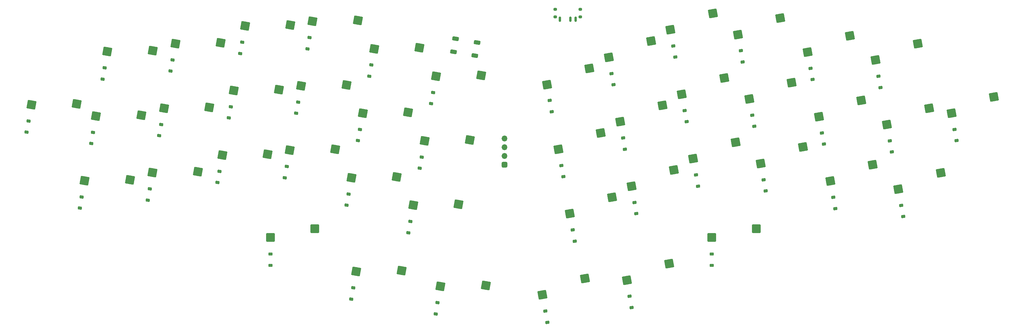
<source format=gbr>
%TF.GenerationSoftware,KiCad,Pcbnew,(6.0.2)*%
%TF.CreationDate,2022-04-05T05:22:49+08:00*%
%TF.ProjectId,TK44,544b3434-2e6b-4696-9361-645f70636258,rev?*%
%TF.SameCoordinates,Original*%
%TF.FileFunction,Paste,Bot*%
%TF.FilePolarity,Positive*%
%FSLAX46Y46*%
G04 Gerber Fmt 4.6, Leading zero omitted, Abs format (unit mm)*
G04 Created by KiCad (PCBNEW (6.0.2)) date 2022-04-05 05:22:49*
%MOMM*%
%LPD*%
G01*
G04 APERTURE LIST*
G04 Aperture macros list*
%AMRoundRect*
0 Rectangle with rounded corners*
0 $1 Rounding radius*
0 $2 $3 $4 $5 $6 $7 $8 $9 X,Y pos of 4 corners*
0 Add a 4 corners polygon primitive as box body*
4,1,4,$2,$3,$4,$5,$6,$7,$8,$9,$2,$3,0*
0 Add four circle primitives for the rounded corners*
1,1,$1+$1,$2,$3*
1,1,$1+$1,$4,$5*
1,1,$1+$1,$6,$7*
1,1,$1+$1,$8,$9*
0 Add four rect primitives between the rounded corners*
20,1,$1+$1,$2,$3,$4,$5,0*
20,1,$1+$1,$4,$5,$6,$7,0*
20,1,$1+$1,$6,$7,$8,$9,0*
20,1,$1+$1,$8,$9,$2,$3,0*%
G04 Aperture macros list end*
%ADD10RoundRect,0.250000X-1.183076X-0.806818X0.835780X-1.162797X1.183076X0.806818X-0.835780X1.162797X0*%
%ADD11RoundRect,0.250000X-0.835780X-1.162797X1.183076X-0.806818X0.835780X1.162797X-1.183076X0.806818X0*%
%ADD12RoundRect,0.250000X-1.025000X-1.000000X1.025000X-1.000000X1.025000X1.000000X-1.025000X1.000000X0*%
%ADD13RoundRect,0.425000X0.425000X0.425000X-0.425000X0.425000X-0.425000X-0.425000X0.425000X-0.425000X0*%
%ADD14O,1.700000X1.700000*%
%ADD15RoundRect,0.225000X0.330232X-0.286700X0.408374X0.156464X-0.330232X0.286700X-0.408374X-0.156464X0*%
%ADD16RoundRect,0.225000X0.408374X-0.156464X0.330232X0.286700X-0.408374X0.156464X-0.330232X-0.286700X0*%
%ADD17RoundRect,0.200000X-0.300000X-0.200000X0.300000X-0.200000X0.300000X0.200000X-0.300000X0.200000X0*%
%ADD18RoundRect,0.175000X-0.175000X-0.575000X0.175000X-0.575000X0.175000X0.575000X-0.175000X0.575000X0*%
%ADD19RoundRect,0.300000X-0.692219X-0.182571X0.588031X-0.408314X0.692219X0.182571X-0.588031X0.408314X0*%
%ADD20RoundRect,0.225000X0.375000X-0.225000X0.375000X0.225000X-0.375000X0.225000X-0.375000X-0.225000X0*%
G04 APERTURE END LIST*
D10*
%TO.C,SW28*%
X142158303Y-154076691D03*
X155329980Y-153820029D03*
%TD*%
%TO.C,SW30*%
X178028303Y-170066691D03*
X191199980Y-169810029D03*
%TD*%
D11*
%TO.C,SW32*%
X241450471Y-164526186D03*
X253740014Y-159780024D03*
%TD*%
%TO.C,SW34*%
X278970471Y-157906186D03*
X291260014Y-153160024D03*
%TD*%
D10*
%TO.C,SW3*%
X129188303Y-117926691D03*
X142359980Y-117670029D03*
%TD*%
D11*
%TO.C,SW31*%
X223520471Y-172526186D03*
X235810014Y-167780024D03*
%TD*%
D10*
%TO.C,SW26*%
X102318303Y-160586691D03*
X115489980Y-160330029D03*
%TD*%
%TO.C,SW37*%
X67108303Y-140836691D03*
X80279980Y-140580029D03*
%TD*%
%TO.C,SW2*%
X108938303Y-123066691D03*
X122109980Y-122810029D03*
%TD*%
D12*
%TO.C,SW43*%
X264763000Y-179450000D03*
X277690000Y-176910000D03*
%TD*%
D10*
%TO.C,SW5*%
X166708303Y-124546691D03*
X179879980Y-124290029D03*
%TD*%
D11*
%TO.C,SW19*%
X220210471Y-153766186D03*
X232500014Y-149020024D03*
%TD*%
D10*
%TO.C,SW13*%
X85878303Y-144146691D03*
X99049980Y-143890029D03*
%TD*%
%TO.C,SW40*%
X185948344Y-193706673D03*
X199120020Y-193450012D03*
%TD*%
%TO.C,SW17*%
X163398303Y-143306691D03*
X176569980Y-143050029D03*
%TD*%
D11*
%TO.C,SW7*%
X216900471Y-135006186D03*
X229190014Y-130260024D03*
%TD*%
%TO.C,SW24*%
X315660471Y-146606186D03*
X327950014Y-141860024D03*
%TD*%
%TO.C,SW11*%
X292600471Y-125526186D03*
X304890014Y-120780024D03*
%TD*%
D10*
%TO.C,SW1*%
X89188303Y-125386691D03*
X102359980Y-125130029D03*
%TD*%
D12*
%TO.C,SW38*%
X136553000Y-179450000D03*
X149480000Y-176910000D03*
%TD*%
D10*
%TO.C,SW18*%
X181328303Y-151306691D03*
X194499980Y-151050029D03*
%TD*%
D11*
%TO.C,SW10*%
X272350471Y-120396186D03*
X284640014Y-115650024D03*
%TD*%
%TO.C,SW20*%
X238140471Y-145766186D03*
X250430014Y-141020024D03*
%TD*%
%TO.C,SW9*%
X252770471Y-119006186D03*
X265060014Y-114260024D03*
%TD*%
D10*
%TO.C,SW4*%
X148768303Y-116556691D03*
X161939980Y-116300029D03*
%TD*%
D11*
%TO.C,SW21*%
X256070471Y-137776186D03*
X268360014Y-133030024D03*
%TD*%
%TO.C,SW44*%
X334430471Y-143296186D03*
X346720014Y-138550024D03*
%TD*%
%TO.C,SW42*%
X240080471Y-191856186D03*
X252370014Y-187110024D03*
%TD*%
%TO.C,SW36*%
X318980471Y-165366186D03*
X331270014Y-160620024D03*
%TD*%
%TO.C,SW12*%
X312360471Y-127846186D03*
X324650014Y-123100024D03*
%TD*%
%TO.C,SW41*%
X215600411Y-196166203D03*
X227889955Y-191420042D03*
%TD*%
D10*
%TO.C,SW6*%
X184638303Y-132546691D03*
X197809980Y-132290029D03*
%TD*%
D11*
%TO.C,SW23*%
X295910471Y-144286186D03*
X308200014Y-139540024D03*
%TD*%
D10*
%TO.C,SW29*%
X160088303Y-162066691D03*
X173259980Y-161810029D03*
%TD*%
%TO.C,SW39*%
X161468303Y-189386691D03*
X174639980Y-189130029D03*
%TD*%
D11*
%TO.C,SW35*%
X299220471Y-163046186D03*
X311510014Y-158300024D03*
%TD*%
D10*
%TO.C,SW25*%
X82568303Y-162906691D03*
X95739980Y-162650029D03*
%TD*%
D11*
%TO.C,SW8*%
X234830471Y-127006186D03*
X247120014Y-122260024D03*
%TD*%
D10*
%TO.C,SW16*%
X145468303Y-135316691D03*
X158639980Y-135060029D03*
%TD*%
D11*
%TO.C,SW33*%
X259380471Y-156526186D03*
X271670014Y-151780024D03*
%TD*%
D10*
%TO.C,SW14*%
X105628303Y-141826691D03*
X118799980Y-141570029D03*
%TD*%
D11*
%TO.C,SW22*%
X275670471Y-139156186D03*
X287960014Y-134410024D03*
%TD*%
D10*
%TO.C,SW27*%
X122568303Y-155456691D03*
X135739980Y-155200029D03*
%TD*%
D13*
%TO.C,J2*%
X204520000Y-158300000D03*
D14*
X204520000Y-155760000D03*
X204520000Y-153220000D03*
X204520000Y-150680000D03*
%TD*%
D10*
%TO.C,SW15*%
X125878303Y-136696691D03*
X139049980Y-136440029D03*
%TD*%
D15*
%TO.C,D5*%
X165303481Y-132534933D03*
X165876519Y-129285067D03*
%TD*%
%TO.C,D25*%
X81163481Y-170894933D03*
X81736519Y-167645067D03*
%TD*%
D16*
%TO.C,D32*%
X242866519Y-172514933D03*
X242293481Y-169265067D03*
%TD*%
%TO.C,D7*%
X218297319Y-142851433D03*
X217724281Y-139601567D03*
%TD*%
D15*
%TO.C,D28*%
X140753481Y-162064933D03*
X141326519Y-158815067D03*
%TD*%
D17*
%TO.C,SW45*%
X226580000Y-115260000D03*
X226580000Y-113050000D03*
X219280000Y-113050000D03*
X219280000Y-115260000D03*
D18*
X220680000Y-115910000D03*
X223680000Y-115910000D03*
X225180000Y-115910000D03*
%TD*%
D19*
%TO.C,SWT1*%
X189707924Y-125404143D03*
X195912213Y-126498126D03*
X196572076Y-122755857D03*
X190367787Y-121661874D03*
%TD*%
D16*
%TO.C,D21*%
X257486519Y-145764933D03*
X256913481Y-142515067D03*
%TD*%
%TO.C,D8*%
X236246519Y-134994933D03*
X235673481Y-131745067D03*
%TD*%
D15*
%TO.C,D6*%
X183233481Y-140534933D03*
X183806519Y-137285067D03*
%TD*%
%TO.C,D14*%
X104223481Y-149814933D03*
X104796519Y-146565067D03*
%TD*%
%TO.C,D4*%
X147363481Y-124544933D03*
X147936519Y-121295067D03*
%TD*%
D16*
%TO.C,D23*%
X297326519Y-152274933D03*
X296753481Y-149025067D03*
%TD*%
D15*
%TO.C,D37*%
X65713481Y-148824933D03*
X66286519Y-145575067D03*
%TD*%
%TO.C,D18*%
X179923481Y-159294933D03*
X180496519Y-156045067D03*
%TD*%
%TO.C,D3*%
X127783481Y-125914933D03*
X128356519Y-122665067D03*
%TD*%
D20*
%TO.C,D43*%
X264770000Y-187560000D03*
X264770000Y-184260000D03*
%TD*%
D15*
%TO.C,D2*%
X107533481Y-131054933D03*
X108106519Y-127805067D03*
%TD*%
D16*
%TO.C,D12*%
X313776519Y-135834933D03*
X313203481Y-132585067D03*
%TD*%
D20*
%TO.C,D38*%
X136560000Y-187560000D03*
X136560000Y-184260000D03*
%TD*%
D16*
%TO.C,D22*%
X277086519Y-147144933D03*
X276513481Y-143895067D03*
%TD*%
D15*
%TO.C,D26*%
X100913481Y-168574933D03*
X101486519Y-165325067D03*
%TD*%
D16*
%TO.C,D36*%
X320396519Y-173354933D03*
X319823481Y-170105067D03*
%TD*%
D15*
%TO.C,D27*%
X121163481Y-163444933D03*
X121736519Y-160195067D03*
%TD*%
D16*
%TO.C,D20*%
X239556519Y-153754933D03*
X238983481Y-150505067D03*
%TD*%
D15*
%TO.C,D16*%
X144063481Y-143304933D03*
X144636519Y-140055067D03*
%TD*%
D16*
%TO.C,D11*%
X294016519Y-133514933D03*
X293443481Y-130265067D03*
%TD*%
%TO.C,D31*%
X224936519Y-180514933D03*
X224363481Y-177265067D03*
%TD*%
%TO.C,D35*%
X300636519Y-171034933D03*
X300063481Y-167785067D03*
%TD*%
%TO.C,D9*%
X254186519Y-126994933D03*
X253613481Y-123745067D03*
%TD*%
%TO.C,D44*%
X335846519Y-151284933D03*
X335273481Y-148035067D03*
%TD*%
D15*
%TO.C,D40*%
X184543481Y-201694933D03*
X185116519Y-198445067D03*
%TD*%
D16*
%TO.C,D34*%
X280386519Y-165894933D03*
X279813481Y-162645067D03*
%TD*%
D15*
%TO.C,D1*%
X87783481Y-133374933D03*
X88356519Y-130125067D03*
%TD*%
%TO.C,D39*%
X160063481Y-197374933D03*
X160636519Y-194125067D03*
%TD*%
D16*
%TO.C,D42*%
X241496519Y-199844933D03*
X240923481Y-196595067D03*
%TD*%
D15*
%TO.C,D17*%
X161993481Y-151294933D03*
X162566519Y-148045067D03*
%TD*%
%TO.C,D15*%
X124473481Y-144684933D03*
X125046519Y-141435067D03*
%TD*%
D16*
%TO.C,D33*%
X260796519Y-164514933D03*
X260223481Y-161265067D03*
%TD*%
%TO.C,D24*%
X317076519Y-154594933D03*
X316503481Y-151345067D03*
%TD*%
D15*
%TO.C,D13*%
X84473481Y-152134933D03*
X85046519Y-148885067D03*
%TD*%
D16*
%TO.C,D10*%
X273766519Y-128384933D03*
X273193481Y-125135067D03*
%TD*%
%TO.C,D19*%
X221626519Y-161754933D03*
X221053481Y-158505067D03*
%TD*%
%TO.C,D41*%
X217016519Y-204154933D03*
X216443481Y-200905067D03*
%TD*%
D15*
%TO.C,D30*%
X176623481Y-178054933D03*
X177196519Y-174805067D03*
%TD*%
%TO.C,D29*%
X158683481Y-170054933D03*
X159256519Y-166805067D03*
%TD*%
M02*

</source>
